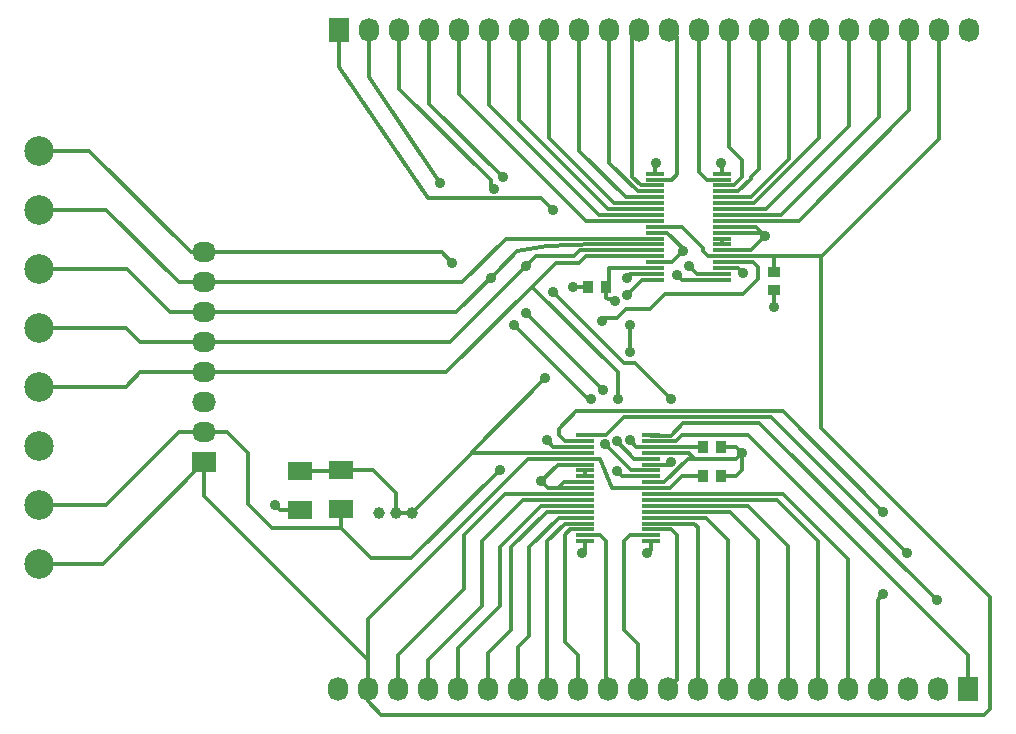
<source format=gtl>
%FSLAX34Y34*%
G04 Gerber Fmt 3.4, Leading zero omitted, Abs format*
G04 (created by PCBNEW (2014-jan-25)-product) date Wed 30 Apr 2014 08:12:59 PM MDT*
%MOIN*%
G01*
G70*
G90*
G04 APERTURE LIST*
%ADD10C,0.003937*%
%ADD11R,0.080000X0.060000*%
%ADD12C,0.039370*%
%ADD13R,0.068000X0.080000*%
%ADD14O,0.068000X0.080000*%
%ADD15R,0.080000X0.068000*%
%ADD16O,0.080000X0.068000*%
%ADD17R,0.062992X0.011811*%
%ADD18C,0.098425*%
%ADD19R,0.039400X0.035400*%
%ADD20R,0.035400X0.039400*%
%ADD21C,0.035000*%
%ADD22C,0.011811*%
G04 APERTURE END LIST*
G54D10*
G54D11*
X47623Y-48661D03*
X47623Y-49961D03*
X48989Y-49931D03*
X48989Y-48631D03*
G54D12*
X51357Y-50053D03*
X50806Y-50053D03*
X50255Y-50053D03*
G54D13*
X69889Y-55930D03*
G54D14*
X68889Y-55930D03*
X67889Y-55930D03*
X66889Y-55930D03*
X65889Y-55930D03*
X64889Y-55930D03*
X63889Y-55930D03*
X62889Y-55930D03*
X61889Y-55930D03*
X60889Y-55930D03*
X59889Y-55930D03*
X58889Y-55930D03*
X57889Y-55930D03*
X56889Y-55930D03*
X55889Y-55930D03*
X54889Y-55930D03*
X53889Y-55930D03*
X52889Y-55930D03*
X51889Y-55930D03*
X50889Y-55930D03*
X49889Y-55930D03*
X48889Y-55930D03*
G54D13*
X48929Y-33951D03*
G54D14*
X49929Y-33951D03*
X50929Y-33951D03*
X51929Y-33951D03*
X52929Y-33951D03*
X53929Y-33951D03*
X54929Y-33951D03*
X55929Y-33951D03*
X56929Y-33951D03*
X57929Y-33951D03*
X58929Y-33951D03*
X59929Y-33951D03*
X60929Y-33951D03*
X61929Y-33951D03*
X62929Y-33951D03*
X63929Y-33951D03*
X64929Y-33951D03*
X65929Y-33951D03*
X66929Y-33951D03*
X67929Y-33951D03*
X68929Y-33951D03*
X69929Y-33951D03*
G54D15*
X44429Y-48381D03*
G54D16*
X44429Y-47381D03*
X44429Y-46381D03*
X44429Y-45381D03*
X44429Y-44381D03*
X44429Y-43381D03*
X44429Y-42381D03*
X44429Y-41381D03*
G54D17*
X57106Y-47466D03*
X57106Y-47662D03*
X57106Y-47859D03*
X57106Y-48056D03*
X57106Y-48253D03*
X57106Y-48450D03*
X57106Y-48647D03*
X57106Y-48844D03*
X57106Y-49040D03*
X57106Y-49237D03*
X57106Y-49434D03*
X57106Y-49631D03*
X57106Y-49828D03*
X57106Y-50025D03*
X57106Y-50222D03*
X57106Y-50418D03*
X57106Y-50615D03*
X57106Y-50812D03*
X57106Y-51009D03*
X59311Y-51009D03*
X59311Y-50812D03*
X59311Y-50615D03*
X59311Y-50418D03*
X59311Y-50222D03*
X59311Y-50025D03*
X59311Y-49828D03*
X59311Y-49631D03*
X59311Y-49434D03*
X59311Y-49237D03*
X59311Y-49040D03*
X59311Y-48844D03*
X59311Y-48647D03*
X59311Y-48450D03*
X59311Y-48253D03*
X59311Y-48056D03*
X59311Y-47859D03*
X59311Y-47662D03*
X59311Y-47466D03*
X61673Y-42297D03*
X61673Y-42100D03*
X61673Y-41903D03*
X61673Y-41707D03*
X61673Y-41510D03*
X61673Y-41313D03*
X61673Y-41116D03*
X61673Y-40919D03*
X61673Y-40722D03*
X61673Y-40525D03*
X61673Y-40329D03*
X61673Y-40132D03*
X61673Y-39935D03*
X61673Y-39738D03*
X61673Y-39541D03*
X61673Y-39344D03*
X61673Y-39148D03*
X61673Y-38951D03*
X61673Y-38754D03*
X59468Y-38754D03*
X59468Y-38951D03*
X59468Y-39148D03*
X59468Y-39344D03*
X59468Y-39541D03*
X59468Y-39738D03*
X59468Y-39935D03*
X59468Y-40132D03*
X59468Y-40329D03*
X59468Y-40525D03*
X59468Y-40722D03*
X59468Y-40919D03*
X59468Y-41116D03*
X59468Y-41313D03*
X59468Y-41510D03*
X59468Y-41707D03*
X59468Y-41903D03*
X59468Y-42100D03*
X59468Y-42297D03*
G54D18*
X38917Y-37992D03*
X38917Y-39960D03*
X38917Y-41929D03*
X38917Y-43897D03*
X38917Y-51771D03*
X38917Y-49803D03*
X38917Y-47834D03*
X38917Y-45866D03*
G54D19*
X63425Y-42026D03*
X63425Y-42618D03*
G54D20*
X61062Y-47859D03*
X61654Y-47859D03*
X61062Y-48844D03*
X61654Y-48844D03*
X57815Y-42519D03*
X57223Y-42519D03*
G54D21*
X53976Y-42224D03*
X55157Y-43405D03*
X57716Y-45964D03*
X57789Y-47781D03*
X55157Y-41830D03*
X56043Y-42716D03*
X59980Y-46259D03*
X59989Y-48381D03*
X58208Y-46259D03*
X58189Y-47681D03*
X60374Y-41338D03*
X59192Y-51403D03*
X57027Y-51403D03*
X62342Y-48056D03*
X56732Y-42519D03*
X59488Y-38385D03*
X61653Y-38385D03*
X63129Y-40846D03*
X55649Y-49015D03*
X55846Y-47637D03*
X46791Y-49803D03*
X63425Y-43208D03*
X62389Y-42081D03*
X58110Y-43011D03*
X58602Y-43799D03*
X58602Y-44685D03*
X58602Y-47637D03*
X54271Y-48622D03*
X68838Y-52977D03*
X52696Y-41732D03*
X54763Y-43799D03*
X57322Y-46259D03*
X58189Y-48681D03*
X67854Y-51403D03*
X67066Y-50025D03*
X67066Y-52781D03*
X58503Y-42224D03*
X56043Y-39960D03*
X58503Y-42814D03*
X52289Y-39081D03*
X60177Y-42125D03*
X54074Y-39271D03*
X60570Y-41830D03*
X54370Y-38877D03*
X55789Y-45581D03*
X57689Y-43681D03*
G54D22*
X43289Y-43381D02*
X41837Y-41929D01*
X41837Y-41929D02*
X38917Y-41929D01*
X44429Y-43381D02*
X43289Y-43381D01*
X54173Y-42027D02*
X54862Y-41338D01*
X52818Y-43381D02*
X54173Y-42027D01*
X54862Y-41338D02*
X55849Y-41159D01*
X55849Y-41159D02*
X57446Y-41116D01*
X57446Y-41116D02*
X59468Y-41116D01*
X44429Y-43381D02*
X52818Y-43381D01*
X55157Y-43405D02*
X57716Y-45964D01*
X58655Y-48647D02*
X59311Y-48647D01*
X58655Y-48647D02*
X57789Y-47781D01*
X54173Y-42027D02*
X53976Y-42224D01*
X42289Y-44381D02*
X41805Y-43897D01*
X41805Y-43897D02*
X38917Y-43897D01*
X44429Y-44381D02*
X42289Y-44381D01*
X55009Y-41978D02*
X55482Y-41505D01*
X52606Y-44381D02*
X55009Y-41978D01*
X55482Y-41505D02*
X56762Y-41505D01*
X56762Y-41505D02*
X56954Y-41313D01*
X56954Y-41313D02*
X59468Y-41313D01*
X44429Y-44381D02*
X52606Y-44381D01*
X56043Y-42716D02*
X58405Y-45078D01*
X58405Y-45078D02*
X58799Y-45078D01*
X58799Y-45078D02*
X59980Y-46259D01*
X59921Y-48450D02*
X59311Y-48450D01*
X59921Y-48450D02*
X59989Y-48381D01*
X55009Y-41978D02*
X55157Y-41830D01*
X42289Y-45381D02*
X41805Y-45866D01*
X41805Y-45866D02*
X38917Y-45866D01*
X44429Y-45381D02*
X42289Y-45381D01*
X57151Y-41510D02*
X56929Y-41732D01*
X56929Y-41732D02*
X56141Y-41732D01*
X55354Y-42519D02*
X52492Y-45381D01*
X56141Y-41732D02*
X55354Y-42519D01*
X52492Y-45381D02*
X44429Y-45381D01*
X59468Y-41510D02*
X57151Y-41510D01*
X58208Y-45374D02*
X58208Y-46259D01*
X58761Y-48253D02*
X59311Y-48253D01*
X58761Y-48253D02*
X58189Y-47681D01*
X55354Y-42519D02*
X58208Y-45374D01*
X59468Y-40722D02*
X59856Y-40722D01*
X60005Y-41707D02*
X60374Y-41338D01*
X60005Y-41707D02*
X59468Y-41707D01*
X60374Y-41240D02*
X60374Y-41338D01*
X59856Y-40722D02*
X60374Y-41240D01*
X62145Y-47859D02*
X62342Y-48056D01*
X60570Y-48056D02*
X59311Y-48056D01*
X62145Y-48253D02*
X62342Y-48056D01*
X60767Y-48253D02*
X62145Y-48253D01*
X60570Y-48056D02*
X60767Y-48253D01*
X61654Y-47859D02*
X62145Y-47859D01*
X59311Y-51285D02*
X59192Y-51403D01*
X59311Y-51009D02*
X59311Y-51285D01*
X57106Y-51324D02*
X57027Y-51403D01*
X57106Y-51009D02*
X57106Y-51324D01*
X62145Y-48844D02*
X62342Y-48647D01*
X62342Y-48647D02*
X62342Y-48056D01*
X61654Y-48844D02*
X62145Y-48844D01*
X59763Y-49040D02*
X60551Y-48253D01*
X60551Y-48253D02*
X60767Y-48253D01*
X59311Y-49040D02*
X59763Y-49040D01*
X57223Y-42519D02*
X56732Y-42519D01*
X59468Y-38405D02*
X59488Y-38385D01*
X59468Y-38754D02*
X59468Y-38405D01*
X61673Y-38405D02*
X61653Y-38385D01*
X61673Y-38754D02*
X61673Y-38405D01*
X62809Y-40525D02*
X63129Y-40846D01*
X62662Y-41313D02*
X61673Y-41313D01*
X62662Y-41313D02*
X63129Y-40846D01*
X61673Y-40525D02*
X62809Y-40525D01*
X63006Y-40722D02*
X63129Y-40846D01*
X61673Y-40722D02*
X63006Y-40722D01*
X57106Y-49237D02*
X56214Y-49237D01*
X56411Y-49040D02*
X56214Y-49237D01*
X57106Y-49040D02*
X56411Y-49040D01*
X56214Y-48450D02*
X55649Y-49015D01*
X55871Y-49237D02*
X56214Y-49237D01*
X55871Y-49237D02*
X55649Y-49015D01*
X57106Y-48450D02*
X56214Y-48450D01*
X56068Y-47859D02*
X55846Y-47637D01*
X57106Y-47859D02*
X56068Y-47859D01*
X46950Y-49961D02*
X46791Y-49803D01*
X47623Y-49961D02*
X46950Y-49961D01*
X63425Y-42618D02*
X63425Y-43208D01*
X62211Y-41903D02*
X62389Y-42081D01*
X61673Y-41903D02*
X62211Y-41903D01*
X61062Y-47859D02*
X59311Y-47859D01*
X45889Y-48081D02*
X45189Y-47381D01*
X45889Y-49781D02*
X45889Y-48081D01*
X46689Y-50581D02*
X45889Y-49781D01*
X48989Y-50581D02*
X46689Y-50581D01*
X45189Y-47381D02*
X44429Y-47381D01*
X48989Y-49931D02*
X48989Y-50581D01*
X43589Y-47381D02*
X41168Y-49803D01*
X41168Y-49803D02*
X38917Y-49803D01*
X44429Y-47381D02*
X43589Y-47381D01*
X57914Y-42421D02*
X57815Y-42519D01*
X57914Y-41903D02*
X59468Y-41903D01*
X57914Y-42421D02*
X57914Y-41903D01*
X57815Y-42914D02*
X58110Y-43011D01*
X58602Y-43799D02*
X58602Y-44685D01*
X58602Y-47637D02*
X58824Y-47859D01*
X58824Y-47859D02*
X59311Y-47859D01*
X57815Y-42519D02*
X57815Y-42914D01*
X54271Y-48622D02*
X51318Y-51574D01*
X51318Y-51574D02*
X49982Y-51574D01*
X49982Y-51574D02*
X48989Y-50581D01*
X60157Y-47662D02*
X60354Y-47466D01*
X60354Y-47466D02*
X62539Y-47466D01*
X62539Y-47466D02*
X69889Y-54816D01*
X69889Y-54816D02*
X69889Y-55930D01*
X59311Y-47662D02*
X60157Y-47662D01*
X59311Y-47485D02*
X59311Y-47466D01*
X68838Y-52977D02*
X62933Y-47072D01*
X62933Y-47072D02*
X60393Y-47072D01*
X60393Y-47072D02*
X59980Y-47485D01*
X59980Y-47485D02*
X59311Y-47485D01*
X59980Y-50615D02*
X60177Y-50812D01*
X60177Y-50812D02*
X60177Y-55643D01*
X60177Y-55643D02*
X59889Y-55930D01*
X59311Y-50615D02*
X59980Y-50615D01*
X60767Y-50418D02*
X60889Y-50540D01*
X60889Y-50540D02*
X60889Y-55930D01*
X59311Y-50418D02*
X60767Y-50418D01*
X61161Y-50222D02*
X61889Y-50950D01*
X61889Y-50950D02*
X61889Y-55930D01*
X59311Y-50222D02*
X61161Y-50222D01*
X61948Y-50025D02*
X62889Y-50966D01*
X62889Y-50966D02*
X62889Y-55930D01*
X59311Y-50025D02*
X61948Y-50025D01*
X62539Y-49828D02*
X63889Y-51178D01*
X63889Y-51178D02*
X63889Y-55930D01*
X59311Y-49828D02*
X62539Y-49828D01*
X59389Y-49631D02*
X59311Y-49631D01*
X63523Y-49631D02*
X64889Y-50997D01*
X64889Y-50997D02*
X64889Y-55930D01*
X59311Y-49631D02*
X63523Y-49631D01*
X63720Y-49434D02*
X65889Y-51603D01*
X65889Y-51603D02*
X65889Y-55930D01*
X59311Y-49434D02*
X63720Y-49434D01*
X59960Y-49237D02*
X60354Y-48844D01*
X60354Y-48844D02*
X61062Y-48844D01*
X59311Y-49237D02*
X59960Y-49237D01*
X58011Y-49237D02*
X57618Y-48253D01*
X57618Y-48253D02*
X57106Y-48253D01*
X59311Y-49237D02*
X58011Y-49237D01*
X41039Y-51771D02*
X44429Y-48381D01*
X38917Y-51771D02*
X41039Y-51771D01*
X68929Y-37606D02*
X68929Y-33951D01*
X65025Y-41510D02*
X68929Y-37606D01*
X65000Y-41510D02*
X65025Y-41510D01*
X49889Y-54968D02*
X49889Y-55930D01*
X44429Y-49507D02*
X49889Y-54968D01*
X44429Y-48381D02*
X44429Y-49507D01*
X49889Y-56346D02*
X50334Y-56791D01*
X50334Y-56791D02*
X70413Y-56791D01*
X70413Y-56791D02*
X70610Y-56594D01*
X70610Y-56594D02*
X70610Y-52854D01*
X70610Y-52854D02*
X65000Y-47244D01*
X65000Y-47244D02*
X65000Y-41510D01*
X49889Y-55930D02*
X49889Y-56346D01*
X55230Y-48253D02*
X49889Y-53594D01*
X49889Y-53594D02*
X49889Y-55930D01*
X57106Y-48253D02*
X55230Y-48253D01*
X60348Y-40525D02*
X61062Y-41240D01*
X61062Y-41240D02*
X61062Y-41338D01*
X61062Y-41338D02*
X61234Y-41510D01*
X61234Y-41510D02*
X61673Y-41510D01*
X59468Y-40525D02*
X60348Y-40525D01*
X63425Y-41510D02*
X65000Y-41510D01*
X61673Y-41510D02*
X63425Y-41510D01*
X63425Y-42026D02*
X63425Y-41510D01*
X43989Y-41381D02*
X40600Y-37992D01*
X40600Y-37992D02*
X38917Y-37992D01*
X44429Y-41381D02*
X43989Y-41381D01*
X52346Y-41381D02*
X52696Y-41732D01*
X54763Y-43799D02*
X57224Y-46259D01*
X57224Y-46259D02*
X57322Y-46259D01*
X58351Y-48844D02*
X59311Y-48844D01*
X58351Y-48844D02*
X58189Y-48681D01*
X44429Y-41381D02*
X52346Y-41381D01*
X55846Y-50025D02*
X54665Y-51206D01*
X54665Y-51206D02*
X54665Y-53962D01*
X54665Y-53962D02*
X53889Y-54737D01*
X53889Y-54737D02*
X53889Y-55930D01*
X57106Y-50025D02*
X55846Y-50025D01*
X56240Y-50222D02*
X55255Y-51206D01*
X55255Y-51206D02*
X55255Y-54159D01*
X55255Y-54159D02*
X54889Y-54525D01*
X54889Y-54525D02*
X54889Y-55930D01*
X57106Y-50222D02*
X56240Y-50222D01*
X55846Y-55887D02*
X55889Y-55930D01*
X56437Y-50418D02*
X55846Y-51009D01*
X55846Y-51009D02*
X55846Y-55887D01*
X57106Y-50418D02*
X56437Y-50418D01*
X56633Y-50615D02*
X56437Y-50812D01*
X56437Y-50812D02*
X56437Y-54355D01*
X56437Y-54355D02*
X56889Y-54808D01*
X56889Y-54808D02*
X56889Y-55930D01*
X57106Y-50615D02*
X56633Y-50615D01*
X57814Y-55855D02*
X57889Y-55930D01*
X57618Y-50812D02*
X57814Y-51009D01*
X57814Y-51009D02*
X57814Y-55855D01*
X57106Y-50812D02*
X57618Y-50812D01*
X57814Y-47466D02*
X58405Y-46875D01*
X58405Y-46875D02*
X63326Y-46875D01*
X63326Y-46875D02*
X67854Y-51403D01*
X57106Y-47466D02*
X57814Y-47466D01*
X56437Y-47662D02*
X56240Y-47466D01*
X56240Y-47466D02*
X56240Y-47269D01*
X56240Y-47269D02*
X56830Y-46678D01*
X56830Y-46678D02*
X63720Y-46678D01*
X63720Y-46678D02*
X67066Y-50025D01*
X67066Y-52781D02*
X66889Y-52958D01*
X66889Y-52958D02*
X66889Y-55930D01*
X57106Y-47662D02*
X56437Y-47662D01*
X54468Y-49434D02*
X53090Y-50812D01*
X53090Y-50812D02*
X53090Y-52584D01*
X53090Y-52584D02*
X50889Y-54785D01*
X50889Y-54785D02*
X50889Y-55930D01*
X57106Y-49434D02*
X54468Y-49434D01*
X55059Y-49631D02*
X53681Y-51009D01*
X53681Y-51009D02*
X53681Y-53174D01*
X53681Y-53174D02*
X51889Y-54966D01*
X51889Y-54966D02*
X51889Y-55930D01*
X57106Y-49631D02*
X55059Y-49631D01*
X55649Y-49828D02*
X54271Y-51206D01*
X54271Y-51206D02*
X54271Y-53174D01*
X54271Y-53174D02*
X52889Y-54556D01*
X52889Y-54556D02*
X52889Y-55930D01*
X57106Y-49828D02*
X55649Y-49828D01*
X58627Y-42100D02*
X58503Y-42224D01*
X56043Y-39960D02*
X55649Y-39566D01*
X55649Y-39566D02*
X51889Y-39581D01*
X51889Y-39581D02*
X48929Y-35208D01*
X48929Y-35208D02*
X48929Y-33951D01*
X59468Y-42100D02*
X58627Y-42100D01*
X59021Y-42297D02*
X58503Y-42814D01*
X52289Y-39081D02*
X49929Y-35519D01*
X49929Y-35519D02*
X49929Y-33951D01*
X59468Y-42297D02*
X59021Y-42297D01*
X60177Y-34199D02*
X59929Y-33951D01*
X60005Y-38951D02*
X60177Y-38779D01*
X60177Y-38779D02*
X60177Y-34199D01*
X59468Y-38951D02*
X60005Y-38951D01*
X58872Y-39344D02*
X57929Y-38401D01*
X57929Y-38401D02*
X57929Y-33951D01*
X59468Y-39344D02*
X58872Y-39344D01*
X58478Y-39541D02*
X56929Y-37992D01*
X56929Y-37992D02*
X56929Y-33951D01*
X59468Y-39541D02*
X58478Y-39541D01*
X58085Y-39738D02*
X55929Y-37582D01*
X55929Y-37582D02*
X55929Y-33951D01*
X59468Y-39738D02*
X58085Y-39738D01*
X57888Y-39935D02*
X54929Y-36976D01*
X54929Y-36976D02*
X54929Y-33951D01*
X59468Y-39935D02*
X57888Y-39935D01*
X57592Y-40132D02*
X53929Y-36468D01*
X53929Y-36468D02*
X53929Y-33951D01*
X59468Y-40132D02*
X57592Y-40132D01*
X57151Y-40329D02*
X52929Y-36107D01*
X52929Y-36107D02*
X52929Y-33951D01*
X59468Y-40329D02*
X57151Y-40329D01*
X43589Y-42381D02*
X41168Y-39960D01*
X41168Y-39960D02*
X38917Y-39960D01*
X44429Y-42381D02*
X43589Y-42381D01*
X53031Y-42381D02*
X54493Y-40919D01*
X54493Y-40919D02*
X59468Y-40919D01*
X44429Y-42381D02*
X53031Y-42381D01*
X62761Y-39738D02*
X64929Y-37570D01*
X64929Y-37570D02*
X64929Y-33951D01*
X61673Y-39738D02*
X62761Y-39738D01*
X62662Y-39541D02*
X63929Y-38275D01*
X63929Y-38275D02*
X63929Y-33951D01*
X61673Y-39541D02*
X62662Y-39541D01*
X62218Y-39344D02*
X62637Y-38925D01*
X62637Y-38925D02*
X62637Y-38877D01*
X62637Y-38877D02*
X62929Y-38586D01*
X62929Y-38586D02*
X62929Y-33951D01*
X61673Y-39344D02*
X62218Y-39344D01*
X62072Y-39148D02*
X62342Y-38877D01*
X62342Y-38877D02*
X62342Y-38287D01*
X62342Y-38287D02*
X61929Y-37874D01*
X61929Y-37874D02*
X61929Y-33951D01*
X61673Y-39148D02*
X62072Y-39148D01*
X61186Y-38951D02*
X60929Y-38693D01*
X60929Y-38693D02*
X60929Y-33951D01*
X61673Y-38951D02*
X61186Y-38951D01*
X60348Y-42297D02*
X60177Y-42125D01*
X54074Y-39271D02*
X53976Y-39173D01*
X53976Y-39173D02*
X53976Y-38976D01*
X53976Y-38976D02*
X50929Y-35929D01*
X50929Y-35929D02*
X50929Y-33951D01*
X61673Y-42297D02*
X60348Y-42297D01*
X60840Y-42100D02*
X60570Y-41830D01*
X54370Y-38877D02*
X51929Y-36437D01*
X51929Y-36437D02*
X51929Y-33951D01*
X61673Y-42100D02*
X60840Y-42100D01*
X64237Y-40329D02*
X67929Y-36637D01*
X67929Y-36637D02*
X67929Y-33951D01*
X61673Y-40329D02*
X64237Y-40329D01*
X63647Y-40132D02*
X66929Y-36850D01*
X66929Y-36850D02*
X66929Y-33951D01*
X61673Y-40132D02*
X63647Y-40132D01*
X63155Y-39935D02*
X65929Y-37161D01*
X65929Y-37161D02*
X65929Y-33951D01*
X61673Y-39935D02*
X63155Y-39935D01*
X58602Y-50812D02*
X58405Y-51009D01*
X58405Y-51009D02*
X58405Y-53962D01*
X58405Y-53962D02*
X58889Y-54446D01*
X58889Y-54446D02*
X58889Y-55930D01*
X59311Y-50812D02*
X58602Y-50812D01*
X58700Y-34179D02*
X58929Y-33951D01*
X58970Y-39148D02*
X58700Y-38877D01*
X58700Y-38877D02*
X58700Y-34179D01*
X59468Y-39148D02*
X58970Y-39148D01*
X57106Y-48647D02*
X57106Y-48844D01*
X61673Y-40919D02*
X61673Y-41116D01*
X53354Y-48056D02*
X51357Y-50053D01*
X54862Y-48056D02*
X53354Y-48056D01*
X57106Y-48056D02*
X54862Y-48056D01*
X50806Y-50053D02*
X51357Y-50053D01*
X50039Y-48631D02*
X50806Y-49398D01*
X50806Y-49398D02*
X50806Y-50053D01*
X48989Y-48631D02*
X50039Y-48631D01*
X48959Y-48661D02*
X48989Y-48631D01*
X47623Y-48661D02*
X48959Y-48661D01*
X53354Y-48017D02*
X55789Y-45581D01*
X57689Y-43681D02*
X57789Y-43581D01*
X57789Y-43581D02*
X58189Y-43581D01*
X58189Y-43581D02*
X58489Y-43281D01*
X58489Y-43281D02*
X59289Y-43281D01*
X59289Y-43281D02*
X59789Y-42781D01*
X59789Y-42781D02*
X62389Y-42781D01*
X62389Y-42781D02*
X62889Y-42281D01*
X62889Y-42281D02*
X62889Y-41881D01*
X62889Y-41881D02*
X62714Y-41707D01*
X62714Y-41707D02*
X61673Y-41707D01*
X53354Y-48056D02*
X53354Y-48017D01*
M02*

</source>
